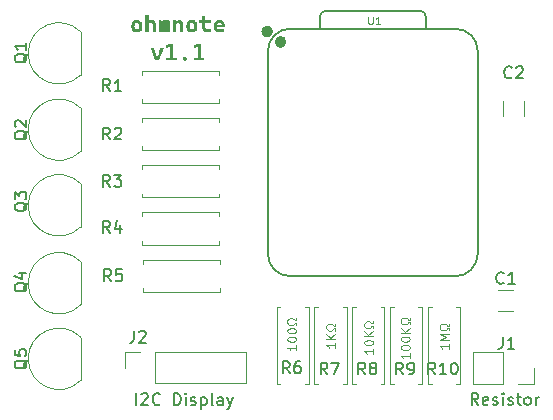
<source format=gbr>
%TF.GenerationSoftware,KiCad,Pcbnew,8.0.6*%
%TF.CreationDate,2024-12-06T19:29:04-08:00*%
%TF.ProjectId,ohmnote,6f686d6e-6f74-4652-9e6b-696361645f70,rev?*%
%TF.SameCoordinates,Original*%
%TF.FileFunction,Legend,Top*%
%TF.FilePolarity,Positive*%
%FSLAX46Y46*%
G04 Gerber Fmt 4.6, Leading zero omitted, Abs format (unit mm)*
G04 Created by KiCad (PCBNEW 8.0.6) date 2024-12-06 19:29:04*
%MOMM*%
%LPD*%
G01*
G04 APERTURE LIST*
%ADD10C,0.150000*%
%ADD11C,0.200000*%
%ADD12C,0.100000*%
%ADD13C,0.101600*%
%ADD14C,0.120000*%
%ADD15C,0.127000*%
%ADD16C,0.504000*%
G04 APERTURE END LIST*
D10*
X166110713Y-108429819D02*
X165777380Y-107953628D01*
X165539285Y-108429819D02*
X165539285Y-107429819D01*
X165539285Y-107429819D02*
X165920237Y-107429819D01*
X165920237Y-107429819D02*
X166015475Y-107477438D01*
X166015475Y-107477438D02*
X166063094Y-107525057D01*
X166063094Y-107525057D02*
X166110713Y-107620295D01*
X166110713Y-107620295D02*
X166110713Y-107763152D01*
X166110713Y-107763152D02*
X166063094Y-107858390D01*
X166063094Y-107858390D02*
X166015475Y-107906009D01*
X166015475Y-107906009D02*
X165920237Y-107953628D01*
X165920237Y-107953628D02*
X165539285Y-107953628D01*
X166920237Y-108382200D02*
X166824999Y-108429819D01*
X166824999Y-108429819D02*
X166634523Y-108429819D01*
X166634523Y-108429819D02*
X166539285Y-108382200D01*
X166539285Y-108382200D02*
X166491666Y-108286961D01*
X166491666Y-108286961D02*
X166491666Y-107906009D01*
X166491666Y-107906009D02*
X166539285Y-107810771D01*
X166539285Y-107810771D02*
X166634523Y-107763152D01*
X166634523Y-107763152D02*
X166824999Y-107763152D01*
X166824999Y-107763152D02*
X166920237Y-107810771D01*
X166920237Y-107810771D02*
X166967856Y-107906009D01*
X166967856Y-107906009D02*
X166967856Y-108001247D01*
X166967856Y-108001247D02*
X166491666Y-108096485D01*
X167348809Y-108382200D02*
X167444047Y-108429819D01*
X167444047Y-108429819D02*
X167634523Y-108429819D01*
X167634523Y-108429819D02*
X167729761Y-108382200D01*
X167729761Y-108382200D02*
X167777380Y-108286961D01*
X167777380Y-108286961D02*
X167777380Y-108239342D01*
X167777380Y-108239342D02*
X167729761Y-108144104D01*
X167729761Y-108144104D02*
X167634523Y-108096485D01*
X167634523Y-108096485D02*
X167491666Y-108096485D01*
X167491666Y-108096485D02*
X167396428Y-108048866D01*
X167396428Y-108048866D02*
X167348809Y-107953628D01*
X167348809Y-107953628D02*
X167348809Y-107906009D01*
X167348809Y-107906009D02*
X167396428Y-107810771D01*
X167396428Y-107810771D02*
X167491666Y-107763152D01*
X167491666Y-107763152D02*
X167634523Y-107763152D01*
X167634523Y-107763152D02*
X167729761Y-107810771D01*
X168205952Y-108429819D02*
X168205952Y-107763152D01*
X168205952Y-107429819D02*
X168158333Y-107477438D01*
X168158333Y-107477438D02*
X168205952Y-107525057D01*
X168205952Y-107525057D02*
X168253571Y-107477438D01*
X168253571Y-107477438D02*
X168205952Y-107429819D01*
X168205952Y-107429819D02*
X168205952Y-107525057D01*
X168634523Y-108382200D02*
X168729761Y-108429819D01*
X168729761Y-108429819D02*
X168920237Y-108429819D01*
X168920237Y-108429819D02*
X169015475Y-108382200D01*
X169015475Y-108382200D02*
X169063094Y-108286961D01*
X169063094Y-108286961D02*
X169063094Y-108239342D01*
X169063094Y-108239342D02*
X169015475Y-108144104D01*
X169015475Y-108144104D02*
X168920237Y-108096485D01*
X168920237Y-108096485D02*
X168777380Y-108096485D01*
X168777380Y-108096485D02*
X168682142Y-108048866D01*
X168682142Y-108048866D02*
X168634523Y-107953628D01*
X168634523Y-107953628D02*
X168634523Y-107906009D01*
X168634523Y-107906009D02*
X168682142Y-107810771D01*
X168682142Y-107810771D02*
X168777380Y-107763152D01*
X168777380Y-107763152D02*
X168920237Y-107763152D01*
X168920237Y-107763152D02*
X169015475Y-107810771D01*
X169348809Y-107763152D02*
X169729761Y-107763152D01*
X169491666Y-107429819D02*
X169491666Y-108286961D01*
X169491666Y-108286961D02*
X169539285Y-108382200D01*
X169539285Y-108382200D02*
X169634523Y-108429819D01*
X169634523Y-108429819D02*
X169729761Y-108429819D01*
X170205952Y-108429819D02*
X170110714Y-108382200D01*
X170110714Y-108382200D02*
X170063095Y-108334580D01*
X170063095Y-108334580D02*
X170015476Y-108239342D01*
X170015476Y-108239342D02*
X170015476Y-107953628D01*
X170015476Y-107953628D02*
X170063095Y-107858390D01*
X170063095Y-107858390D02*
X170110714Y-107810771D01*
X170110714Y-107810771D02*
X170205952Y-107763152D01*
X170205952Y-107763152D02*
X170348809Y-107763152D01*
X170348809Y-107763152D02*
X170444047Y-107810771D01*
X170444047Y-107810771D02*
X170491666Y-107858390D01*
X170491666Y-107858390D02*
X170539285Y-107953628D01*
X170539285Y-107953628D02*
X170539285Y-108239342D01*
X170539285Y-108239342D02*
X170491666Y-108334580D01*
X170491666Y-108334580D02*
X170444047Y-108382200D01*
X170444047Y-108382200D02*
X170348809Y-108429819D01*
X170348809Y-108429819D02*
X170205952Y-108429819D01*
X170967857Y-108429819D02*
X170967857Y-107763152D01*
X170967857Y-107953628D02*
X171015476Y-107858390D01*
X171015476Y-107858390D02*
X171063095Y-107810771D01*
X171063095Y-107810771D02*
X171158333Y-107763152D01*
X171158333Y-107763152D02*
X171253571Y-107763152D01*
D11*
G36*
X137282624Y-75828636D02*
G01*
X137355810Y-75843739D01*
X137421945Y-75868610D01*
X137498759Y-75916541D01*
X137562088Y-75980820D01*
X137600409Y-76039407D01*
X137630613Y-76106615D01*
X137652469Y-76182201D01*
X137665751Y-76265917D01*
X137670229Y-76357518D01*
X137665751Y-76449022D01*
X137652469Y-76532642D01*
X137630613Y-76608135D01*
X137600409Y-76675256D01*
X137562088Y-76733763D01*
X137498759Y-76797948D01*
X137421945Y-76845806D01*
X137355810Y-76870637D01*
X137282624Y-76885714D01*
X137202614Y-76890794D01*
X137122523Y-76885714D01*
X137049288Y-76870637D01*
X136983131Y-76845806D01*
X136906319Y-76797948D01*
X136843018Y-76733763D01*
X136804726Y-76675256D01*
X136774555Y-76608135D01*
X136752728Y-76532642D01*
X136739468Y-76449022D01*
X136734998Y-76357518D01*
X137004242Y-76357518D01*
X137009507Y-76436520D01*
X137029272Y-76515369D01*
X137069845Y-76584163D01*
X137128055Y-76626544D01*
X137202614Y-76641005D01*
X137277590Y-76626544D01*
X137335815Y-76584163D01*
X137376198Y-76515369D01*
X137395784Y-76436520D01*
X137400985Y-76357518D01*
X137395784Y-76278145D01*
X137376198Y-76199109D01*
X137335815Y-76130330D01*
X137277590Y-76088070D01*
X137202614Y-76073683D01*
X137128055Y-76088070D01*
X137069845Y-76130330D01*
X137029272Y-76199109D01*
X137009507Y-76278145D01*
X137004242Y-76357518D01*
X136734998Y-76357518D01*
X136739468Y-76265917D01*
X136752728Y-76182201D01*
X136774555Y-76106615D01*
X136804726Y-76039407D01*
X136843018Y-75980820D01*
X136906319Y-75916541D01*
X136983131Y-75868610D01*
X137049288Y-75843739D01*
X137122523Y-75828636D01*
X137202614Y-75823547D01*
X137282624Y-75828636D01*
G37*
G36*
X138541536Y-76868560D02*
G01*
X138804873Y-76868560D01*
X138804873Y-76201878D01*
X138799104Y-76116698D01*
X138782036Y-76041488D01*
X138754034Y-75976676D01*
X138704205Y-75910935D01*
X138638563Y-75862943D01*
X138557817Y-75833535D01*
X138482820Y-75823951D01*
X138462673Y-75823547D01*
X138384973Y-75830743D01*
X138314996Y-75857401D01*
X138259613Y-75912111D01*
X138230220Y-75981344D01*
X138220528Y-76029909D01*
X138195514Y-76029909D01*
X138195514Y-75401095D01*
X137931829Y-75401095D01*
X137931829Y-76868560D01*
X138195514Y-76868560D01*
X138195514Y-76341190D01*
X138200415Y-76263215D01*
X138219170Y-76187290D01*
X138258665Y-76122901D01*
X138316962Y-76084395D01*
X138393886Y-76071599D01*
X138463392Y-76086593D01*
X138515908Y-76136741D01*
X138539053Y-76209779D01*
X138541536Y-76250168D01*
X138541536Y-76868560D01*
G37*
G36*
X139766854Y-76868560D02*
G01*
X140025328Y-76868560D01*
X140025328Y-76066387D01*
X140020786Y-75993414D01*
X140002976Y-75924118D01*
X139957170Y-75860970D01*
X139884723Y-75828918D01*
X139825219Y-75823547D01*
X139750500Y-75836313D01*
X139690313Y-75878336D01*
X139656501Y-75946281D01*
X139651861Y-75971197D01*
X139628585Y-75971197D01*
X139604534Y-75899571D01*
X139553366Y-75844158D01*
X139480552Y-75823690D01*
X139472945Y-75823547D01*
X139400775Y-75838619D01*
X139345060Y-75888575D01*
X139319640Y-75953852D01*
X139316610Y-75971197D01*
X139293333Y-75971197D01*
X139279784Y-75845781D01*
X139043197Y-75845781D01*
X139043197Y-76868560D01*
X139303061Y-76868560D01*
X139303061Y-76183465D01*
X139315148Y-76111135D01*
X139376712Y-76071599D01*
X139432999Y-76112486D01*
X139439246Y-76158104D01*
X139439246Y-76868560D01*
X139634491Y-76868560D01*
X139634491Y-76186244D01*
X139644329Y-76116077D01*
X139700340Y-76071709D01*
X139704668Y-76071599D01*
X139759560Y-76116820D01*
X139766854Y-76177559D01*
X139766854Y-76868560D01*
G37*
G36*
X140873359Y-76868560D02*
G01*
X141136696Y-76868560D01*
X141136696Y-76202920D01*
X141130926Y-76117396D01*
X141113859Y-76041928D01*
X141085857Y-75976930D01*
X141036028Y-75911042D01*
X140970386Y-75862974D01*
X140889640Y-75833539D01*
X140814643Y-75823951D01*
X140794496Y-75823547D01*
X140716796Y-75830743D01*
X140646819Y-75857401D01*
X140591436Y-75912111D01*
X140562043Y-75981344D01*
X140552351Y-76029909D01*
X140523168Y-76029909D01*
X140498849Y-75845781D01*
X140263652Y-75845781D01*
X140263652Y-76868560D01*
X140527337Y-76868560D01*
X140527337Y-76358213D01*
X140532237Y-76275780D01*
X140546896Y-76207552D01*
X140577277Y-76144294D01*
X140630220Y-76095953D01*
X140701840Y-76074779D01*
X140725709Y-76073683D01*
X140795215Y-76089831D01*
X140847731Y-76143969D01*
X140869489Y-76212897D01*
X140873359Y-76266844D01*
X140873359Y-76868560D01*
G37*
G36*
X141946270Y-75828636D02*
G01*
X142019456Y-75843739D01*
X142085590Y-75868610D01*
X142162404Y-75916541D01*
X142225733Y-75980820D01*
X142264055Y-76039407D01*
X142294258Y-76106615D01*
X142316115Y-76182201D01*
X142329397Y-76265917D01*
X142333874Y-76357518D01*
X142329397Y-76449022D01*
X142316115Y-76532642D01*
X142294258Y-76608135D01*
X142264055Y-76675256D01*
X142225733Y-76733763D01*
X142162404Y-76797948D01*
X142085590Y-76845806D01*
X142019456Y-76870637D01*
X141946270Y-76885714D01*
X141866259Y-76890794D01*
X141786169Y-76885714D01*
X141712933Y-76870637D01*
X141646777Y-76845806D01*
X141569965Y-76797948D01*
X141506663Y-76733763D01*
X141468372Y-76675256D01*
X141438201Y-76608135D01*
X141416374Y-76532642D01*
X141403114Y-76449022D01*
X141398644Y-76357518D01*
X141667888Y-76357518D01*
X141673153Y-76436520D01*
X141692917Y-76515369D01*
X141733491Y-76584163D01*
X141791701Y-76626544D01*
X141866259Y-76641005D01*
X141941235Y-76626544D01*
X141999460Y-76584163D01*
X142039844Y-76515369D01*
X142059430Y-76436520D01*
X142064631Y-76357518D01*
X142059430Y-76278145D01*
X142039844Y-76199109D01*
X141999460Y-76130330D01*
X141941235Y-76088070D01*
X141866259Y-76073683D01*
X141791701Y-76088070D01*
X141733491Y-76130330D01*
X141692917Y-76199109D01*
X141673153Y-76278145D01*
X141667888Y-76357518D01*
X141398644Y-76357518D01*
X141403114Y-76265917D01*
X141416374Y-76182201D01*
X141438201Y-76106615D01*
X141468372Y-76039407D01*
X141506663Y-75980820D01*
X141569965Y-75916541D01*
X141646777Y-75868610D01*
X141712933Y-75843739D01*
X141786169Y-75828636D01*
X141866259Y-75823547D01*
X141946270Y-75828636D01*
G37*
G36*
X143251040Y-76890794D02*
G01*
X143325691Y-76888972D01*
X143396360Y-76883477D01*
X143466153Y-76874262D01*
X143505692Y-76867517D01*
X143482415Y-76621898D01*
X143413468Y-76630579D01*
X143340418Y-76637982D01*
X143270495Y-76641005D01*
X143191351Y-76636056D01*
X143116654Y-76616537D01*
X143055675Y-76573877D01*
X143020736Y-76508406D01*
X143009810Y-76433024D01*
X143009589Y-76418662D01*
X143009589Y-76087927D01*
X143466782Y-76087927D01*
X143466782Y-75845781D01*
X143009589Y-75845781D01*
X143009589Y-75534849D01*
X142747294Y-75534849D01*
X142747294Y-75845781D01*
X142500284Y-75845781D01*
X142500284Y-76087927D01*
X142747294Y-76087927D01*
X142747294Y-76443676D01*
X142751237Y-76526791D01*
X142763267Y-76600786D01*
X142792406Y-76685618D01*
X142837168Y-76755094D01*
X142898266Y-76809701D01*
X142976412Y-76849929D01*
X143046638Y-76870957D01*
X143127156Y-76884378D01*
X143218264Y-76890397D01*
X143251040Y-76890794D01*
G37*
G36*
X144247823Y-75825619D02*
G01*
X144322519Y-75836449D01*
X144390249Y-75856459D01*
X144469355Y-75897251D01*
X144535201Y-75953957D01*
X144587286Y-76026345D01*
X144617018Y-76090788D01*
X144638517Y-76163824D01*
X144651571Y-76245355D01*
X144655970Y-76335284D01*
X144654802Y-76396136D01*
X144650064Y-76468342D01*
X143995889Y-76468342D01*
X144031292Y-76535423D01*
X144085071Y-76586461D01*
X144156548Y-76621172D01*
X144231388Y-76637714D01*
X144303000Y-76642048D01*
X144355190Y-76641072D01*
X144432637Y-76636079D01*
X144510193Y-76627098D01*
X144580234Y-76615992D01*
X144605595Y-76863696D01*
X144581042Y-76867836D01*
X144510611Y-76877750D01*
X144434702Y-76885214D01*
X144356473Y-76889539D01*
X144279724Y-76890794D01*
X144214649Y-76888573D01*
X144123982Y-76877013D01*
X144041861Y-76855765D01*
X143968520Y-76825041D01*
X143904194Y-76785052D01*
X143849119Y-76736009D01*
X143803530Y-76678123D01*
X143767662Y-76611607D01*
X143741751Y-76536670D01*
X143726031Y-76453525D01*
X143720739Y-76362382D01*
X143724500Y-76285604D01*
X143983035Y-76285604D01*
X144397496Y-76285604D01*
X144396622Y-76259596D01*
X144380214Y-76180831D01*
X144337502Y-76114971D01*
X144271357Y-76076035D01*
X144195998Y-76064998D01*
X144163809Y-76067064D01*
X144089474Y-76092305D01*
X144033004Y-76145059D01*
X143999373Y-76212610D01*
X143983035Y-76285604D01*
X143724500Y-76285604D01*
X143725264Y-76270018D01*
X143738687Y-76185583D01*
X143760783Y-76109330D01*
X143791328Y-76041510D01*
X143830097Y-75982377D01*
X143894192Y-75917480D01*
X143971974Y-75869073D01*
X144038971Y-75843949D01*
X144113141Y-75828690D01*
X144194261Y-75823547D01*
X144247823Y-75825619D01*
G37*
G36*
X138782291Y-79258192D02*
G01*
X139120670Y-79258192D01*
X139473639Y-78235413D01*
X139205091Y-78235413D01*
X138960166Y-79026816D01*
X138942795Y-79026816D01*
X138697523Y-78235413D01*
X138429322Y-78235413D01*
X138782291Y-79258192D01*
G37*
G36*
X139682781Y-79258192D02*
G01*
X140573195Y-79258192D01*
X140573195Y-79030985D01*
X140274769Y-79030985D01*
X140274769Y-77879665D01*
X140018032Y-77879665D01*
X139702236Y-77996047D01*
X139702236Y-78240625D01*
X140018032Y-78128063D01*
X140018032Y-79030985D01*
X139682781Y-79030985D01*
X139682781Y-79258192D01*
G37*
G36*
X141283303Y-79280426D02*
G01*
X141352265Y-79266475D01*
X141414306Y-79222338D01*
X141452212Y-79156035D01*
X141460136Y-79103594D01*
X141446283Y-79034486D01*
X141402324Y-78972470D01*
X141336002Y-78934655D01*
X141283303Y-78926761D01*
X141214141Y-78940566D01*
X141151989Y-78984435D01*
X141114050Y-79050766D01*
X141106124Y-79103594D01*
X141119982Y-79172262D01*
X141163988Y-79234353D01*
X141230443Y-79272443D01*
X141283303Y-79280426D01*
G37*
G36*
X142014604Y-79258192D02*
G01*
X142905018Y-79258192D01*
X142905018Y-79030985D01*
X142606592Y-79030985D01*
X142606592Y-77879665D01*
X142349855Y-77879665D01*
X142034059Y-77996047D01*
X142034059Y-78240625D01*
X142349855Y-78128063D01*
X142349855Y-79030985D01*
X142014604Y-79030985D01*
X142014604Y-79258192D01*
G37*
D12*
X163603503Y-103265830D02*
X163603503Y-103692115D01*
X163603503Y-103478972D02*
X162857503Y-103478972D01*
X162857503Y-103478972D02*
X162964075Y-103550020D01*
X162964075Y-103550020D02*
X163035122Y-103621068D01*
X163035122Y-103621068D02*
X163070646Y-103692115D01*
X163603503Y-102946115D02*
X162857503Y-102946115D01*
X162857503Y-102946115D02*
X163390360Y-102697449D01*
X163390360Y-102697449D02*
X162857503Y-102448782D01*
X162857503Y-102448782D02*
X163603503Y-102448782D01*
X163603503Y-102129068D02*
X163603503Y-101951449D01*
X163603503Y-101951449D02*
X163461408Y-101951449D01*
X163461408Y-101951449D02*
X163425884Y-102022497D01*
X163425884Y-102022497D02*
X163354837Y-102093544D01*
X163354837Y-102093544D02*
X163248265Y-102129068D01*
X163248265Y-102129068D02*
X163070646Y-102129068D01*
X163070646Y-102129068D02*
X162964075Y-102093544D01*
X162964075Y-102093544D02*
X162893027Y-102022497D01*
X162893027Y-102022497D02*
X162857503Y-101915925D01*
X162857503Y-101915925D02*
X162857503Y-101773830D01*
X162857503Y-101773830D02*
X162893027Y-101667259D01*
X162893027Y-101667259D02*
X162964075Y-101596211D01*
X162964075Y-101596211D02*
X163070646Y-101560687D01*
X163070646Y-101560687D02*
X163248265Y-101560687D01*
X163248265Y-101560687D02*
X163354837Y-101596211D01*
X163354837Y-101596211D02*
X163425884Y-101667259D01*
X163425884Y-101667259D02*
X163461408Y-101738306D01*
X163461408Y-101738306D02*
X163603503Y-101738306D01*
X163603503Y-101738306D02*
X163603503Y-101560687D01*
X154003503Y-103165830D02*
X154003503Y-103592115D01*
X154003503Y-103378972D02*
X153257503Y-103378972D01*
X153257503Y-103378972D02*
X153364075Y-103450020D01*
X153364075Y-103450020D02*
X153435122Y-103521068D01*
X153435122Y-103521068D02*
X153470646Y-103592115D01*
X154003503Y-102846115D02*
X153257503Y-102846115D01*
X154003503Y-102419830D02*
X153577218Y-102739544D01*
X153257503Y-102419830D02*
X153683789Y-102846115D01*
X154003503Y-102135639D02*
X154003503Y-101958020D01*
X154003503Y-101958020D02*
X153861408Y-101958020D01*
X153861408Y-101958020D02*
X153825884Y-102029068D01*
X153825884Y-102029068D02*
X153754837Y-102100115D01*
X153754837Y-102100115D02*
X153648265Y-102135639D01*
X153648265Y-102135639D02*
X153470646Y-102135639D01*
X153470646Y-102135639D02*
X153364075Y-102100115D01*
X153364075Y-102100115D02*
X153293027Y-102029068D01*
X153293027Y-102029068D02*
X153257503Y-101922496D01*
X153257503Y-101922496D02*
X153257503Y-101780401D01*
X153257503Y-101780401D02*
X153293027Y-101673830D01*
X153293027Y-101673830D02*
X153364075Y-101602782D01*
X153364075Y-101602782D02*
X153470646Y-101567258D01*
X153470646Y-101567258D02*
X153648265Y-101567258D01*
X153648265Y-101567258D02*
X153754837Y-101602782D01*
X153754837Y-101602782D02*
X153825884Y-101673830D01*
X153825884Y-101673830D02*
X153861408Y-101744877D01*
X153861408Y-101744877D02*
X154003503Y-101744877D01*
X154003503Y-101744877D02*
X154003503Y-101567258D01*
X160303503Y-104065830D02*
X160303503Y-104492115D01*
X160303503Y-104278972D02*
X159557503Y-104278972D01*
X159557503Y-104278972D02*
X159664075Y-104350020D01*
X159664075Y-104350020D02*
X159735122Y-104421068D01*
X159735122Y-104421068D02*
X159770646Y-104492115D01*
X159557503Y-103604020D02*
X159557503Y-103532973D01*
X159557503Y-103532973D02*
X159593027Y-103461925D01*
X159593027Y-103461925D02*
X159628551Y-103426401D01*
X159628551Y-103426401D02*
X159699599Y-103390877D01*
X159699599Y-103390877D02*
X159841694Y-103355354D01*
X159841694Y-103355354D02*
X160019313Y-103355354D01*
X160019313Y-103355354D02*
X160161408Y-103390877D01*
X160161408Y-103390877D02*
X160232456Y-103426401D01*
X160232456Y-103426401D02*
X160267980Y-103461925D01*
X160267980Y-103461925D02*
X160303503Y-103532973D01*
X160303503Y-103532973D02*
X160303503Y-103604020D01*
X160303503Y-103604020D02*
X160267980Y-103675068D01*
X160267980Y-103675068D02*
X160232456Y-103710592D01*
X160232456Y-103710592D02*
X160161408Y-103746115D01*
X160161408Y-103746115D02*
X160019313Y-103781639D01*
X160019313Y-103781639D02*
X159841694Y-103781639D01*
X159841694Y-103781639D02*
X159699599Y-103746115D01*
X159699599Y-103746115D02*
X159628551Y-103710592D01*
X159628551Y-103710592D02*
X159593027Y-103675068D01*
X159593027Y-103675068D02*
X159557503Y-103604020D01*
X159557503Y-102893544D02*
X159557503Y-102822497D01*
X159557503Y-102822497D02*
X159593027Y-102751449D01*
X159593027Y-102751449D02*
X159628551Y-102715925D01*
X159628551Y-102715925D02*
X159699599Y-102680401D01*
X159699599Y-102680401D02*
X159841694Y-102644878D01*
X159841694Y-102644878D02*
X160019313Y-102644878D01*
X160019313Y-102644878D02*
X160161408Y-102680401D01*
X160161408Y-102680401D02*
X160232456Y-102715925D01*
X160232456Y-102715925D02*
X160267980Y-102751449D01*
X160267980Y-102751449D02*
X160303503Y-102822497D01*
X160303503Y-102822497D02*
X160303503Y-102893544D01*
X160303503Y-102893544D02*
X160267980Y-102964592D01*
X160267980Y-102964592D02*
X160232456Y-103000116D01*
X160232456Y-103000116D02*
X160161408Y-103035639D01*
X160161408Y-103035639D02*
X160019313Y-103071163D01*
X160019313Y-103071163D02*
X159841694Y-103071163D01*
X159841694Y-103071163D02*
X159699599Y-103035639D01*
X159699599Y-103035639D02*
X159628551Y-103000116D01*
X159628551Y-103000116D02*
X159593027Y-102964592D01*
X159593027Y-102964592D02*
X159557503Y-102893544D01*
X160303503Y-102325163D02*
X159557503Y-102325163D01*
X160303503Y-101898878D02*
X159877218Y-102218592D01*
X159557503Y-101898878D02*
X159983789Y-102325163D01*
X160303503Y-101614687D02*
X160303503Y-101437068D01*
X160303503Y-101437068D02*
X160161408Y-101437068D01*
X160161408Y-101437068D02*
X160125884Y-101508116D01*
X160125884Y-101508116D02*
X160054837Y-101579163D01*
X160054837Y-101579163D02*
X159948265Y-101614687D01*
X159948265Y-101614687D02*
X159770646Y-101614687D01*
X159770646Y-101614687D02*
X159664075Y-101579163D01*
X159664075Y-101579163D02*
X159593027Y-101508116D01*
X159593027Y-101508116D02*
X159557503Y-101401544D01*
X159557503Y-101401544D02*
X159557503Y-101259449D01*
X159557503Y-101259449D02*
X159593027Y-101152878D01*
X159593027Y-101152878D02*
X159664075Y-101081830D01*
X159664075Y-101081830D02*
X159770646Y-101046306D01*
X159770646Y-101046306D02*
X159948265Y-101046306D01*
X159948265Y-101046306D02*
X160054837Y-101081830D01*
X160054837Y-101081830D02*
X160125884Y-101152878D01*
X160125884Y-101152878D02*
X160161408Y-101223925D01*
X160161408Y-101223925D02*
X160303503Y-101223925D01*
X160303503Y-101223925D02*
X160303503Y-101046306D01*
X150703503Y-103365830D02*
X150703503Y-103792115D01*
X150703503Y-103578972D02*
X149957503Y-103578972D01*
X149957503Y-103578972D02*
X150064075Y-103650020D01*
X150064075Y-103650020D02*
X150135122Y-103721068D01*
X150135122Y-103721068D02*
X150170646Y-103792115D01*
X149957503Y-102904020D02*
X149957503Y-102832973D01*
X149957503Y-102832973D02*
X149993027Y-102761925D01*
X149993027Y-102761925D02*
X150028551Y-102726401D01*
X150028551Y-102726401D02*
X150099599Y-102690877D01*
X150099599Y-102690877D02*
X150241694Y-102655354D01*
X150241694Y-102655354D02*
X150419313Y-102655354D01*
X150419313Y-102655354D02*
X150561408Y-102690877D01*
X150561408Y-102690877D02*
X150632456Y-102726401D01*
X150632456Y-102726401D02*
X150667980Y-102761925D01*
X150667980Y-102761925D02*
X150703503Y-102832973D01*
X150703503Y-102832973D02*
X150703503Y-102904020D01*
X150703503Y-102904020D02*
X150667980Y-102975068D01*
X150667980Y-102975068D02*
X150632456Y-103010592D01*
X150632456Y-103010592D02*
X150561408Y-103046115D01*
X150561408Y-103046115D02*
X150419313Y-103081639D01*
X150419313Y-103081639D02*
X150241694Y-103081639D01*
X150241694Y-103081639D02*
X150099599Y-103046115D01*
X150099599Y-103046115D02*
X150028551Y-103010592D01*
X150028551Y-103010592D02*
X149993027Y-102975068D01*
X149993027Y-102975068D02*
X149957503Y-102904020D01*
X149957503Y-102193544D02*
X149957503Y-102122497D01*
X149957503Y-102122497D02*
X149993027Y-102051449D01*
X149993027Y-102051449D02*
X150028551Y-102015925D01*
X150028551Y-102015925D02*
X150099599Y-101980401D01*
X150099599Y-101980401D02*
X150241694Y-101944878D01*
X150241694Y-101944878D02*
X150419313Y-101944878D01*
X150419313Y-101944878D02*
X150561408Y-101980401D01*
X150561408Y-101980401D02*
X150632456Y-102015925D01*
X150632456Y-102015925D02*
X150667980Y-102051449D01*
X150667980Y-102051449D02*
X150703503Y-102122497D01*
X150703503Y-102122497D02*
X150703503Y-102193544D01*
X150703503Y-102193544D02*
X150667980Y-102264592D01*
X150667980Y-102264592D02*
X150632456Y-102300116D01*
X150632456Y-102300116D02*
X150561408Y-102335639D01*
X150561408Y-102335639D02*
X150419313Y-102371163D01*
X150419313Y-102371163D02*
X150241694Y-102371163D01*
X150241694Y-102371163D02*
X150099599Y-102335639D01*
X150099599Y-102335639D02*
X150028551Y-102300116D01*
X150028551Y-102300116D02*
X149993027Y-102264592D01*
X149993027Y-102264592D02*
X149957503Y-102193544D01*
X150703503Y-101660687D02*
X150703503Y-101483068D01*
X150703503Y-101483068D02*
X150561408Y-101483068D01*
X150561408Y-101483068D02*
X150525884Y-101554116D01*
X150525884Y-101554116D02*
X150454837Y-101625163D01*
X150454837Y-101625163D02*
X150348265Y-101660687D01*
X150348265Y-101660687D02*
X150170646Y-101660687D01*
X150170646Y-101660687D02*
X150064075Y-101625163D01*
X150064075Y-101625163D02*
X149993027Y-101554116D01*
X149993027Y-101554116D02*
X149957503Y-101447544D01*
X149957503Y-101447544D02*
X149957503Y-101305449D01*
X149957503Y-101305449D02*
X149993027Y-101198878D01*
X149993027Y-101198878D02*
X150064075Y-101127830D01*
X150064075Y-101127830D02*
X150170646Y-101092306D01*
X150170646Y-101092306D02*
X150348265Y-101092306D01*
X150348265Y-101092306D02*
X150454837Y-101127830D01*
X150454837Y-101127830D02*
X150525884Y-101198878D01*
X150525884Y-101198878D02*
X150561408Y-101269925D01*
X150561408Y-101269925D02*
X150703503Y-101269925D01*
X150703503Y-101269925D02*
X150703503Y-101092306D01*
X157203503Y-103665830D02*
X157203503Y-104092115D01*
X157203503Y-103878972D02*
X156457503Y-103878972D01*
X156457503Y-103878972D02*
X156564075Y-103950020D01*
X156564075Y-103950020D02*
X156635122Y-104021068D01*
X156635122Y-104021068D02*
X156670646Y-104092115D01*
X156457503Y-103204020D02*
X156457503Y-103132973D01*
X156457503Y-103132973D02*
X156493027Y-103061925D01*
X156493027Y-103061925D02*
X156528551Y-103026401D01*
X156528551Y-103026401D02*
X156599599Y-102990877D01*
X156599599Y-102990877D02*
X156741694Y-102955354D01*
X156741694Y-102955354D02*
X156919313Y-102955354D01*
X156919313Y-102955354D02*
X157061408Y-102990877D01*
X157061408Y-102990877D02*
X157132456Y-103026401D01*
X157132456Y-103026401D02*
X157167980Y-103061925D01*
X157167980Y-103061925D02*
X157203503Y-103132973D01*
X157203503Y-103132973D02*
X157203503Y-103204020D01*
X157203503Y-103204020D02*
X157167980Y-103275068D01*
X157167980Y-103275068D02*
X157132456Y-103310592D01*
X157132456Y-103310592D02*
X157061408Y-103346115D01*
X157061408Y-103346115D02*
X156919313Y-103381639D01*
X156919313Y-103381639D02*
X156741694Y-103381639D01*
X156741694Y-103381639D02*
X156599599Y-103346115D01*
X156599599Y-103346115D02*
X156528551Y-103310592D01*
X156528551Y-103310592D02*
X156493027Y-103275068D01*
X156493027Y-103275068D02*
X156457503Y-103204020D01*
X157203503Y-102635639D02*
X156457503Y-102635639D01*
X157203503Y-102209354D02*
X156777218Y-102529068D01*
X156457503Y-102209354D02*
X156883789Y-102635639D01*
X157203503Y-101925163D02*
X157203503Y-101747544D01*
X157203503Y-101747544D02*
X157061408Y-101747544D01*
X157061408Y-101747544D02*
X157025884Y-101818592D01*
X157025884Y-101818592D02*
X156954837Y-101889639D01*
X156954837Y-101889639D02*
X156848265Y-101925163D01*
X156848265Y-101925163D02*
X156670646Y-101925163D01*
X156670646Y-101925163D02*
X156564075Y-101889639D01*
X156564075Y-101889639D02*
X156493027Y-101818592D01*
X156493027Y-101818592D02*
X156457503Y-101712020D01*
X156457503Y-101712020D02*
X156457503Y-101569925D01*
X156457503Y-101569925D02*
X156493027Y-101463354D01*
X156493027Y-101463354D02*
X156564075Y-101392306D01*
X156564075Y-101392306D02*
X156670646Y-101356782D01*
X156670646Y-101356782D02*
X156848265Y-101356782D01*
X156848265Y-101356782D02*
X156954837Y-101392306D01*
X156954837Y-101392306D02*
X157025884Y-101463354D01*
X157025884Y-101463354D02*
X157061408Y-101534401D01*
X157061408Y-101534401D02*
X157203503Y-101534401D01*
X157203503Y-101534401D02*
X157203503Y-101356782D01*
D10*
X168166666Y-102679819D02*
X168166666Y-103394104D01*
X168166666Y-103394104D02*
X168119047Y-103536961D01*
X168119047Y-103536961D02*
X168023809Y-103632200D01*
X168023809Y-103632200D02*
X167880952Y-103679819D01*
X167880952Y-103679819D02*
X167785714Y-103679819D01*
X169166666Y-103679819D02*
X168595238Y-103679819D01*
X168880952Y-103679819D02*
X168880952Y-102679819D01*
X168880952Y-102679819D02*
X168785714Y-102822676D01*
X168785714Y-102822676D02*
X168690476Y-102917914D01*
X168690476Y-102917914D02*
X168595238Y-102965533D01*
X135033333Y-97954819D02*
X134700000Y-97478628D01*
X134461905Y-97954819D02*
X134461905Y-96954819D01*
X134461905Y-96954819D02*
X134842857Y-96954819D01*
X134842857Y-96954819D02*
X134938095Y-97002438D01*
X134938095Y-97002438D02*
X134985714Y-97050057D01*
X134985714Y-97050057D02*
X135033333Y-97145295D01*
X135033333Y-97145295D02*
X135033333Y-97288152D01*
X135033333Y-97288152D02*
X134985714Y-97383390D01*
X134985714Y-97383390D02*
X134938095Y-97431009D01*
X134938095Y-97431009D02*
X134842857Y-97478628D01*
X134842857Y-97478628D02*
X134461905Y-97478628D01*
X135938095Y-96954819D02*
X135461905Y-96954819D01*
X135461905Y-96954819D02*
X135414286Y-97431009D01*
X135414286Y-97431009D02*
X135461905Y-97383390D01*
X135461905Y-97383390D02*
X135557143Y-97335771D01*
X135557143Y-97335771D02*
X135795238Y-97335771D01*
X135795238Y-97335771D02*
X135890476Y-97383390D01*
X135890476Y-97383390D02*
X135938095Y-97431009D01*
X135938095Y-97431009D02*
X135985714Y-97526247D01*
X135985714Y-97526247D02*
X135985714Y-97764342D01*
X135985714Y-97764342D02*
X135938095Y-97859580D01*
X135938095Y-97859580D02*
X135890476Y-97907200D01*
X135890476Y-97907200D02*
X135795238Y-97954819D01*
X135795238Y-97954819D02*
X135557143Y-97954819D01*
X135557143Y-97954819D02*
X135461905Y-97907200D01*
X135461905Y-97907200D02*
X135414286Y-97859580D01*
X134933333Y-89954819D02*
X134600000Y-89478628D01*
X134361905Y-89954819D02*
X134361905Y-88954819D01*
X134361905Y-88954819D02*
X134742857Y-88954819D01*
X134742857Y-88954819D02*
X134838095Y-89002438D01*
X134838095Y-89002438D02*
X134885714Y-89050057D01*
X134885714Y-89050057D02*
X134933333Y-89145295D01*
X134933333Y-89145295D02*
X134933333Y-89288152D01*
X134933333Y-89288152D02*
X134885714Y-89383390D01*
X134885714Y-89383390D02*
X134838095Y-89431009D01*
X134838095Y-89431009D02*
X134742857Y-89478628D01*
X134742857Y-89478628D02*
X134361905Y-89478628D01*
X135266667Y-88954819D02*
X135885714Y-88954819D01*
X135885714Y-88954819D02*
X135552381Y-89335771D01*
X135552381Y-89335771D02*
X135695238Y-89335771D01*
X135695238Y-89335771D02*
X135790476Y-89383390D01*
X135790476Y-89383390D02*
X135838095Y-89431009D01*
X135838095Y-89431009D02*
X135885714Y-89526247D01*
X135885714Y-89526247D02*
X135885714Y-89764342D01*
X135885714Y-89764342D02*
X135838095Y-89859580D01*
X135838095Y-89859580D02*
X135790476Y-89907200D01*
X135790476Y-89907200D02*
X135695238Y-89954819D01*
X135695238Y-89954819D02*
X135409524Y-89954819D01*
X135409524Y-89954819D02*
X135314286Y-89907200D01*
X135314286Y-89907200D02*
X135266667Y-89859580D01*
X134933333Y-85954819D02*
X134600000Y-85478628D01*
X134361905Y-85954819D02*
X134361905Y-84954819D01*
X134361905Y-84954819D02*
X134742857Y-84954819D01*
X134742857Y-84954819D02*
X134838095Y-85002438D01*
X134838095Y-85002438D02*
X134885714Y-85050057D01*
X134885714Y-85050057D02*
X134933333Y-85145295D01*
X134933333Y-85145295D02*
X134933333Y-85288152D01*
X134933333Y-85288152D02*
X134885714Y-85383390D01*
X134885714Y-85383390D02*
X134838095Y-85431009D01*
X134838095Y-85431009D02*
X134742857Y-85478628D01*
X134742857Y-85478628D02*
X134361905Y-85478628D01*
X135314286Y-85050057D02*
X135361905Y-85002438D01*
X135361905Y-85002438D02*
X135457143Y-84954819D01*
X135457143Y-84954819D02*
X135695238Y-84954819D01*
X135695238Y-84954819D02*
X135790476Y-85002438D01*
X135790476Y-85002438D02*
X135838095Y-85050057D01*
X135838095Y-85050057D02*
X135885714Y-85145295D01*
X135885714Y-85145295D02*
X135885714Y-85240533D01*
X135885714Y-85240533D02*
X135838095Y-85383390D01*
X135838095Y-85383390D02*
X135266667Y-85954819D01*
X135266667Y-85954819D02*
X135885714Y-85954819D01*
X150133333Y-105754819D02*
X149800000Y-105278628D01*
X149561905Y-105754819D02*
X149561905Y-104754819D01*
X149561905Y-104754819D02*
X149942857Y-104754819D01*
X149942857Y-104754819D02*
X150038095Y-104802438D01*
X150038095Y-104802438D02*
X150085714Y-104850057D01*
X150085714Y-104850057D02*
X150133333Y-104945295D01*
X150133333Y-104945295D02*
X150133333Y-105088152D01*
X150133333Y-105088152D02*
X150085714Y-105183390D01*
X150085714Y-105183390D02*
X150038095Y-105231009D01*
X150038095Y-105231009D02*
X149942857Y-105278628D01*
X149942857Y-105278628D02*
X149561905Y-105278628D01*
X150990476Y-104754819D02*
X150800000Y-104754819D01*
X150800000Y-104754819D02*
X150704762Y-104802438D01*
X150704762Y-104802438D02*
X150657143Y-104850057D01*
X150657143Y-104850057D02*
X150561905Y-104992914D01*
X150561905Y-104992914D02*
X150514286Y-105183390D01*
X150514286Y-105183390D02*
X150514286Y-105564342D01*
X150514286Y-105564342D02*
X150561905Y-105659580D01*
X150561905Y-105659580D02*
X150609524Y-105707200D01*
X150609524Y-105707200D02*
X150704762Y-105754819D01*
X150704762Y-105754819D02*
X150895238Y-105754819D01*
X150895238Y-105754819D02*
X150990476Y-105707200D01*
X150990476Y-105707200D02*
X151038095Y-105659580D01*
X151038095Y-105659580D02*
X151085714Y-105564342D01*
X151085714Y-105564342D02*
X151085714Y-105326247D01*
X151085714Y-105326247D02*
X151038095Y-105231009D01*
X151038095Y-105231009D02*
X150990476Y-105183390D01*
X150990476Y-105183390D02*
X150895238Y-105135771D01*
X150895238Y-105135771D02*
X150704762Y-105135771D01*
X150704762Y-105135771D02*
X150609524Y-105183390D01*
X150609524Y-105183390D02*
X150561905Y-105231009D01*
X150561905Y-105231009D02*
X150514286Y-105326247D01*
D13*
X156796190Y-75554979D02*
X156796190Y-76069026D01*
X156796190Y-76069026D02*
X156826428Y-76129502D01*
X156826428Y-76129502D02*
X156856666Y-76159741D01*
X156856666Y-76159741D02*
X156917142Y-76189979D01*
X156917142Y-76189979D02*
X157038095Y-76189979D01*
X157038095Y-76189979D02*
X157098571Y-76159741D01*
X157098571Y-76159741D02*
X157128809Y-76129502D01*
X157128809Y-76129502D02*
X157159047Y-76069026D01*
X157159047Y-76069026D02*
X157159047Y-75554979D01*
X157794047Y-76189979D02*
X157431190Y-76189979D01*
X157612618Y-76189979D02*
X157612618Y-75554979D01*
X157612618Y-75554979D02*
X157552142Y-75645693D01*
X157552142Y-75645693D02*
X157491666Y-75706169D01*
X157491666Y-75706169D02*
X157431190Y-75736407D01*
D10*
X162457142Y-105854819D02*
X162123809Y-105378628D01*
X161885714Y-105854819D02*
X161885714Y-104854819D01*
X161885714Y-104854819D02*
X162266666Y-104854819D01*
X162266666Y-104854819D02*
X162361904Y-104902438D01*
X162361904Y-104902438D02*
X162409523Y-104950057D01*
X162409523Y-104950057D02*
X162457142Y-105045295D01*
X162457142Y-105045295D02*
X162457142Y-105188152D01*
X162457142Y-105188152D02*
X162409523Y-105283390D01*
X162409523Y-105283390D02*
X162361904Y-105331009D01*
X162361904Y-105331009D02*
X162266666Y-105378628D01*
X162266666Y-105378628D02*
X161885714Y-105378628D01*
X163409523Y-105854819D02*
X162838095Y-105854819D01*
X163123809Y-105854819D02*
X163123809Y-104854819D01*
X163123809Y-104854819D02*
X163028571Y-104997676D01*
X163028571Y-104997676D02*
X162933333Y-105092914D01*
X162933333Y-105092914D02*
X162838095Y-105140533D01*
X164028571Y-104854819D02*
X164123809Y-104854819D01*
X164123809Y-104854819D02*
X164219047Y-104902438D01*
X164219047Y-104902438D02*
X164266666Y-104950057D01*
X164266666Y-104950057D02*
X164314285Y-105045295D01*
X164314285Y-105045295D02*
X164361904Y-105235771D01*
X164361904Y-105235771D02*
X164361904Y-105473866D01*
X164361904Y-105473866D02*
X164314285Y-105664342D01*
X164314285Y-105664342D02*
X164266666Y-105759580D01*
X164266666Y-105759580D02*
X164219047Y-105807200D01*
X164219047Y-105807200D02*
X164123809Y-105854819D01*
X164123809Y-105854819D02*
X164028571Y-105854819D01*
X164028571Y-105854819D02*
X163933333Y-105807200D01*
X163933333Y-105807200D02*
X163885714Y-105759580D01*
X163885714Y-105759580D02*
X163838095Y-105664342D01*
X163838095Y-105664342D02*
X163790476Y-105473866D01*
X163790476Y-105473866D02*
X163790476Y-105235771D01*
X163790476Y-105235771D02*
X163838095Y-105045295D01*
X163838095Y-105045295D02*
X163885714Y-104950057D01*
X163885714Y-104950057D02*
X163933333Y-104902438D01*
X163933333Y-104902438D02*
X164028571Y-104854819D01*
X168258333Y-98084580D02*
X168210714Y-98132200D01*
X168210714Y-98132200D02*
X168067857Y-98179819D01*
X168067857Y-98179819D02*
X167972619Y-98179819D01*
X167972619Y-98179819D02*
X167829762Y-98132200D01*
X167829762Y-98132200D02*
X167734524Y-98036961D01*
X167734524Y-98036961D02*
X167686905Y-97941723D01*
X167686905Y-97941723D02*
X167639286Y-97751247D01*
X167639286Y-97751247D02*
X167639286Y-97608390D01*
X167639286Y-97608390D02*
X167686905Y-97417914D01*
X167686905Y-97417914D02*
X167734524Y-97322676D01*
X167734524Y-97322676D02*
X167829762Y-97227438D01*
X167829762Y-97227438D02*
X167972619Y-97179819D01*
X167972619Y-97179819D02*
X168067857Y-97179819D01*
X168067857Y-97179819D02*
X168210714Y-97227438D01*
X168210714Y-97227438D02*
X168258333Y-97275057D01*
X169210714Y-98179819D02*
X168639286Y-98179819D01*
X168925000Y-98179819D02*
X168925000Y-97179819D01*
X168925000Y-97179819D02*
X168829762Y-97322676D01*
X168829762Y-97322676D02*
X168734524Y-97417914D01*
X168734524Y-97417914D02*
X168639286Y-97465533D01*
X127950057Y-104625238D02*
X127902438Y-104720476D01*
X127902438Y-104720476D02*
X127807200Y-104815714D01*
X127807200Y-104815714D02*
X127664342Y-104958571D01*
X127664342Y-104958571D02*
X127616723Y-105053809D01*
X127616723Y-105053809D02*
X127616723Y-105149047D01*
X127854819Y-105101428D02*
X127807200Y-105196666D01*
X127807200Y-105196666D02*
X127711961Y-105291904D01*
X127711961Y-105291904D02*
X127521485Y-105339523D01*
X127521485Y-105339523D02*
X127188152Y-105339523D01*
X127188152Y-105339523D02*
X126997676Y-105291904D01*
X126997676Y-105291904D02*
X126902438Y-105196666D01*
X126902438Y-105196666D02*
X126854819Y-105101428D01*
X126854819Y-105101428D02*
X126854819Y-104910952D01*
X126854819Y-104910952D02*
X126902438Y-104815714D01*
X126902438Y-104815714D02*
X126997676Y-104720476D01*
X126997676Y-104720476D02*
X127188152Y-104672857D01*
X127188152Y-104672857D02*
X127521485Y-104672857D01*
X127521485Y-104672857D02*
X127711961Y-104720476D01*
X127711961Y-104720476D02*
X127807200Y-104815714D01*
X127807200Y-104815714D02*
X127854819Y-104910952D01*
X127854819Y-104910952D02*
X127854819Y-105101428D01*
X126854819Y-103768095D02*
X126854819Y-104244285D01*
X126854819Y-104244285D02*
X127331009Y-104291904D01*
X127331009Y-104291904D02*
X127283390Y-104244285D01*
X127283390Y-104244285D02*
X127235771Y-104149047D01*
X127235771Y-104149047D02*
X127235771Y-103910952D01*
X127235771Y-103910952D02*
X127283390Y-103815714D01*
X127283390Y-103815714D02*
X127331009Y-103768095D01*
X127331009Y-103768095D02*
X127426247Y-103720476D01*
X127426247Y-103720476D02*
X127664342Y-103720476D01*
X127664342Y-103720476D02*
X127759580Y-103768095D01*
X127759580Y-103768095D02*
X127807200Y-103815714D01*
X127807200Y-103815714D02*
X127854819Y-103910952D01*
X127854819Y-103910952D02*
X127854819Y-104149047D01*
X127854819Y-104149047D02*
X127807200Y-104244285D01*
X127807200Y-104244285D02*
X127759580Y-104291904D01*
X156533333Y-105854819D02*
X156200000Y-105378628D01*
X155961905Y-105854819D02*
X155961905Y-104854819D01*
X155961905Y-104854819D02*
X156342857Y-104854819D01*
X156342857Y-104854819D02*
X156438095Y-104902438D01*
X156438095Y-104902438D02*
X156485714Y-104950057D01*
X156485714Y-104950057D02*
X156533333Y-105045295D01*
X156533333Y-105045295D02*
X156533333Y-105188152D01*
X156533333Y-105188152D02*
X156485714Y-105283390D01*
X156485714Y-105283390D02*
X156438095Y-105331009D01*
X156438095Y-105331009D02*
X156342857Y-105378628D01*
X156342857Y-105378628D02*
X155961905Y-105378628D01*
X157104762Y-105283390D02*
X157009524Y-105235771D01*
X157009524Y-105235771D02*
X156961905Y-105188152D01*
X156961905Y-105188152D02*
X156914286Y-105092914D01*
X156914286Y-105092914D02*
X156914286Y-105045295D01*
X156914286Y-105045295D02*
X156961905Y-104950057D01*
X156961905Y-104950057D02*
X157009524Y-104902438D01*
X157009524Y-104902438D02*
X157104762Y-104854819D01*
X157104762Y-104854819D02*
X157295238Y-104854819D01*
X157295238Y-104854819D02*
X157390476Y-104902438D01*
X157390476Y-104902438D02*
X157438095Y-104950057D01*
X157438095Y-104950057D02*
X157485714Y-105045295D01*
X157485714Y-105045295D02*
X157485714Y-105092914D01*
X157485714Y-105092914D02*
X157438095Y-105188152D01*
X157438095Y-105188152D02*
X157390476Y-105235771D01*
X157390476Y-105235771D02*
X157295238Y-105283390D01*
X157295238Y-105283390D02*
X157104762Y-105283390D01*
X157104762Y-105283390D02*
X157009524Y-105331009D01*
X157009524Y-105331009D02*
X156961905Y-105378628D01*
X156961905Y-105378628D02*
X156914286Y-105473866D01*
X156914286Y-105473866D02*
X156914286Y-105664342D01*
X156914286Y-105664342D02*
X156961905Y-105759580D01*
X156961905Y-105759580D02*
X157009524Y-105807200D01*
X157009524Y-105807200D02*
X157104762Y-105854819D01*
X157104762Y-105854819D02*
X157295238Y-105854819D01*
X157295238Y-105854819D02*
X157390476Y-105807200D01*
X157390476Y-105807200D02*
X157438095Y-105759580D01*
X157438095Y-105759580D02*
X157485714Y-105664342D01*
X157485714Y-105664342D02*
X157485714Y-105473866D01*
X157485714Y-105473866D02*
X157438095Y-105378628D01*
X157438095Y-105378628D02*
X157390476Y-105331009D01*
X157390476Y-105331009D02*
X157295238Y-105283390D01*
X134933333Y-93854819D02*
X134600000Y-93378628D01*
X134361905Y-93854819D02*
X134361905Y-92854819D01*
X134361905Y-92854819D02*
X134742857Y-92854819D01*
X134742857Y-92854819D02*
X134838095Y-92902438D01*
X134838095Y-92902438D02*
X134885714Y-92950057D01*
X134885714Y-92950057D02*
X134933333Y-93045295D01*
X134933333Y-93045295D02*
X134933333Y-93188152D01*
X134933333Y-93188152D02*
X134885714Y-93283390D01*
X134885714Y-93283390D02*
X134838095Y-93331009D01*
X134838095Y-93331009D02*
X134742857Y-93378628D01*
X134742857Y-93378628D02*
X134361905Y-93378628D01*
X135790476Y-93188152D02*
X135790476Y-93854819D01*
X135552381Y-92807200D02*
X135314286Y-93521485D01*
X135314286Y-93521485D02*
X135933333Y-93521485D01*
X168933333Y-80684580D02*
X168885714Y-80732200D01*
X168885714Y-80732200D02*
X168742857Y-80779819D01*
X168742857Y-80779819D02*
X168647619Y-80779819D01*
X168647619Y-80779819D02*
X168504762Y-80732200D01*
X168504762Y-80732200D02*
X168409524Y-80636961D01*
X168409524Y-80636961D02*
X168361905Y-80541723D01*
X168361905Y-80541723D02*
X168314286Y-80351247D01*
X168314286Y-80351247D02*
X168314286Y-80208390D01*
X168314286Y-80208390D02*
X168361905Y-80017914D01*
X168361905Y-80017914D02*
X168409524Y-79922676D01*
X168409524Y-79922676D02*
X168504762Y-79827438D01*
X168504762Y-79827438D02*
X168647619Y-79779819D01*
X168647619Y-79779819D02*
X168742857Y-79779819D01*
X168742857Y-79779819D02*
X168885714Y-79827438D01*
X168885714Y-79827438D02*
X168933333Y-79875057D01*
X169314286Y-79875057D02*
X169361905Y-79827438D01*
X169361905Y-79827438D02*
X169457143Y-79779819D01*
X169457143Y-79779819D02*
X169695238Y-79779819D01*
X169695238Y-79779819D02*
X169790476Y-79827438D01*
X169790476Y-79827438D02*
X169838095Y-79875057D01*
X169838095Y-79875057D02*
X169885714Y-79970295D01*
X169885714Y-79970295D02*
X169885714Y-80065533D01*
X169885714Y-80065533D02*
X169838095Y-80208390D01*
X169838095Y-80208390D02*
X169266667Y-80779819D01*
X169266667Y-80779819D02*
X169885714Y-80779819D01*
X127950057Y-85225238D02*
X127902438Y-85320476D01*
X127902438Y-85320476D02*
X127807200Y-85415714D01*
X127807200Y-85415714D02*
X127664342Y-85558571D01*
X127664342Y-85558571D02*
X127616723Y-85653809D01*
X127616723Y-85653809D02*
X127616723Y-85749047D01*
X127854819Y-85701428D02*
X127807200Y-85796666D01*
X127807200Y-85796666D02*
X127711961Y-85891904D01*
X127711961Y-85891904D02*
X127521485Y-85939523D01*
X127521485Y-85939523D02*
X127188152Y-85939523D01*
X127188152Y-85939523D02*
X126997676Y-85891904D01*
X126997676Y-85891904D02*
X126902438Y-85796666D01*
X126902438Y-85796666D02*
X126854819Y-85701428D01*
X126854819Y-85701428D02*
X126854819Y-85510952D01*
X126854819Y-85510952D02*
X126902438Y-85415714D01*
X126902438Y-85415714D02*
X126997676Y-85320476D01*
X126997676Y-85320476D02*
X127188152Y-85272857D01*
X127188152Y-85272857D02*
X127521485Y-85272857D01*
X127521485Y-85272857D02*
X127711961Y-85320476D01*
X127711961Y-85320476D02*
X127807200Y-85415714D01*
X127807200Y-85415714D02*
X127854819Y-85510952D01*
X127854819Y-85510952D02*
X127854819Y-85701428D01*
X126950057Y-84891904D02*
X126902438Y-84844285D01*
X126902438Y-84844285D02*
X126854819Y-84749047D01*
X126854819Y-84749047D02*
X126854819Y-84510952D01*
X126854819Y-84510952D02*
X126902438Y-84415714D01*
X126902438Y-84415714D02*
X126950057Y-84368095D01*
X126950057Y-84368095D02*
X127045295Y-84320476D01*
X127045295Y-84320476D02*
X127140533Y-84320476D01*
X127140533Y-84320476D02*
X127283390Y-84368095D01*
X127283390Y-84368095D02*
X127854819Y-84939523D01*
X127854819Y-84939523D02*
X127854819Y-84320476D01*
X136966666Y-102154819D02*
X136966666Y-102869104D01*
X136966666Y-102869104D02*
X136919047Y-103011961D01*
X136919047Y-103011961D02*
X136823809Y-103107200D01*
X136823809Y-103107200D02*
X136680952Y-103154819D01*
X136680952Y-103154819D02*
X136585714Y-103154819D01*
X137395238Y-102250057D02*
X137442857Y-102202438D01*
X137442857Y-102202438D02*
X137538095Y-102154819D01*
X137538095Y-102154819D02*
X137776190Y-102154819D01*
X137776190Y-102154819D02*
X137871428Y-102202438D01*
X137871428Y-102202438D02*
X137919047Y-102250057D01*
X137919047Y-102250057D02*
X137966666Y-102345295D01*
X137966666Y-102345295D02*
X137966666Y-102440533D01*
X137966666Y-102440533D02*
X137919047Y-102583390D01*
X137919047Y-102583390D02*
X137347619Y-103154819D01*
X137347619Y-103154819D02*
X137966666Y-103154819D01*
X137152381Y-108454819D02*
X137152381Y-107454819D01*
X137580952Y-107550057D02*
X137628571Y-107502438D01*
X137628571Y-107502438D02*
X137723809Y-107454819D01*
X137723809Y-107454819D02*
X137961904Y-107454819D01*
X137961904Y-107454819D02*
X138057142Y-107502438D01*
X138057142Y-107502438D02*
X138104761Y-107550057D01*
X138104761Y-107550057D02*
X138152380Y-107645295D01*
X138152380Y-107645295D02*
X138152380Y-107740533D01*
X138152380Y-107740533D02*
X138104761Y-107883390D01*
X138104761Y-107883390D02*
X137533333Y-108454819D01*
X137533333Y-108454819D02*
X138152380Y-108454819D01*
X139152380Y-108359580D02*
X139104761Y-108407200D01*
X139104761Y-108407200D02*
X138961904Y-108454819D01*
X138961904Y-108454819D02*
X138866666Y-108454819D01*
X138866666Y-108454819D02*
X138723809Y-108407200D01*
X138723809Y-108407200D02*
X138628571Y-108311961D01*
X138628571Y-108311961D02*
X138580952Y-108216723D01*
X138580952Y-108216723D02*
X138533333Y-108026247D01*
X138533333Y-108026247D02*
X138533333Y-107883390D01*
X138533333Y-107883390D02*
X138580952Y-107692914D01*
X138580952Y-107692914D02*
X138628571Y-107597676D01*
X138628571Y-107597676D02*
X138723809Y-107502438D01*
X138723809Y-107502438D02*
X138866666Y-107454819D01*
X138866666Y-107454819D02*
X138961904Y-107454819D01*
X138961904Y-107454819D02*
X139104761Y-107502438D01*
X139104761Y-107502438D02*
X139152380Y-107550057D01*
X140342857Y-108454819D02*
X140342857Y-107454819D01*
X140342857Y-107454819D02*
X140580952Y-107454819D01*
X140580952Y-107454819D02*
X140723809Y-107502438D01*
X140723809Y-107502438D02*
X140819047Y-107597676D01*
X140819047Y-107597676D02*
X140866666Y-107692914D01*
X140866666Y-107692914D02*
X140914285Y-107883390D01*
X140914285Y-107883390D02*
X140914285Y-108026247D01*
X140914285Y-108026247D02*
X140866666Y-108216723D01*
X140866666Y-108216723D02*
X140819047Y-108311961D01*
X140819047Y-108311961D02*
X140723809Y-108407200D01*
X140723809Y-108407200D02*
X140580952Y-108454819D01*
X140580952Y-108454819D02*
X140342857Y-108454819D01*
X141342857Y-108454819D02*
X141342857Y-107788152D01*
X141342857Y-107454819D02*
X141295238Y-107502438D01*
X141295238Y-107502438D02*
X141342857Y-107550057D01*
X141342857Y-107550057D02*
X141390476Y-107502438D01*
X141390476Y-107502438D02*
X141342857Y-107454819D01*
X141342857Y-107454819D02*
X141342857Y-107550057D01*
X141771428Y-108407200D02*
X141866666Y-108454819D01*
X141866666Y-108454819D02*
X142057142Y-108454819D01*
X142057142Y-108454819D02*
X142152380Y-108407200D01*
X142152380Y-108407200D02*
X142199999Y-108311961D01*
X142199999Y-108311961D02*
X142199999Y-108264342D01*
X142199999Y-108264342D02*
X142152380Y-108169104D01*
X142152380Y-108169104D02*
X142057142Y-108121485D01*
X142057142Y-108121485D02*
X141914285Y-108121485D01*
X141914285Y-108121485D02*
X141819047Y-108073866D01*
X141819047Y-108073866D02*
X141771428Y-107978628D01*
X141771428Y-107978628D02*
X141771428Y-107931009D01*
X141771428Y-107931009D02*
X141819047Y-107835771D01*
X141819047Y-107835771D02*
X141914285Y-107788152D01*
X141914285Y-107788152D02*
X142057142Y-107788152D01*
X142057142Y-107788152D02*
X142152380Y-107835771D01*
X142628571Y-107788152D02*
X142628571Y-108788152D01*
X142628571Y-107835771D02*
X142723809Y-107788152D01*
X142723809Y-107788152D02*
X142914285Y-107788152D01*
X142914285Y-107788152D02*
X143009523Y-107835771D01*
X143009523Y-107835771D02*
X143057142Y-107883390D01*
X143057142Y-107883390D02*
X143104761Y-107978628D01*
X143104761Y-107978628D02*
X143104761Y-108264342D01*
X143104761Y-108264342D02*
X143057142Y-108359580D01*
X143057142Y-108359580D02*
X143009523Y-108407200D01*
X143009523Y-108407200D02*
X142914285Y-108454819D01*
X142914285Y-108454819D02*
X142723809Y-108454819D01*
X142723809Y-108454819D02*
X142628571Y-108407200D01*
X143676190Y-108454819D02*
X143580952Y-108407200D01*
X143580952Y-108407200D02*
X143533333Y-108311961D01*
X143533333Y-108311961D02*
X143533333Y-107454819D01*
X144485714Y-108454819D02*
X144485714Y-107931009D01*
X144485714Y-107931009D02*
X144438095Y-107835771D01*
X144438095Y-107835771D02*
X144342857Y-107788152D01*
X144342857Y-107788152D02*
X144152381Y-107788152D01*
X144152381Y-107788152D02*
X144057143Y-107835771D01*
X144485714Y-108407200D02*
X144390476Y-108454819D01*
X144390476Y-108454819D02*
X144152381Y-108454819D01*
X144152381Y-108454819D02*
X144057143Y-108407200D01*
X144057143Y-108407200D02*
X144009524Y-108311961D01*
X144009524Y-108311961D02*
X144009524Y-108216723D01*
X144009524Y-108216723D02*
X144057143Y-108121485D01*
X144057143Y-108121485D02*
X144152381Y-108073866D01*
X144152381Y-108073866D02*
X144390476Y-108073866D01*
X144390476Y-108073866D02*
X144485714Y-108026247D01*
X144866667Y-107788152D02*
X145104762Y-108454819D01*
X145342857Y-107788152D02*
X145104762Y-108454819D01*
X145104762Y-108454819D02*
X145009524Y-108692914D01*
X145009524Y-108692914D02*
X144961905Y-108740533D01*
X144961905Y-108740533D02*
X144866667Y-108788152D01*
X153333333Y-105854819D02*
X153000000Y-105378628D01*
X152761905Y-105854819D02*
X152761905Y-104854819D01*
X152761905Y-104854819D02*
X153142857Y-104854819D01*
X153142857Y-104854819D02*
X153238095Y-104902438D01*
X153238095Y-104902438D02*
X153285714Y-104950057D01*
X153285714Y-104950057D02*
X153333333Y-105045295D01*
X153333333Y-105045295D02*
X153333333Y-105188152D01*
X153333333Y-105188152D02*
X153285714Y-105283390D01*
X153285714Y-105283390D02*
X153238095Y-105331009D01*
X153238095Y-105331009D02*
X153142857Y-105378628D01*
X153142857Y-105378628D02*
X152761905Y-105378628D01*
X153666667Y-104854819D02*
X154333333Y-104854819D01*
X154333333Y-104854819D02*
X153904762Y-105854819D01*
X127950057Y-91295238D02*
X127902438Y-91390476D01*
X127902438Y-91390476D02*
X127807200Y-91485714D01*
X127807200Y-91485714D02*
X127664342Y-91628571D01*
X127664342Y-91628571D02*
X127616723Y-91723809D01*
X127616723Y-91723809D02*
X127616723Y-91819047D01*
X127854819Y-91771428D02*
X127807200Y-91866666D01*
X127807200Y-91866666D02*
X127711961Y-91961904D01*
X127711961Y-91961904D02*
X127521485Y-92009523D01*
X127521485Y-92009523D02*
X127188152Y-92009523D01*
X127188152Y-92009523D02*
X126997676Y-91961904D01*
X126997676Y-91961904D02*
X126902438Y-91866666D01*
X126902438Y-91866666D02*
X126854819Y-91771428D01*
X126854819Y-91771428D02*
X126854819Y-91580952D01*
X126854819Y-91580952D02*
X126902438Y-91485714D01*
X126902438Y-91485714D02*
X126997676Y-91390476D01*
X126997676Y-91390476D02*
X127188152Y-91342857D01*
X127188152Y-91342857D02*
X127521485Y-91342857D01*
X127521485Y-91342857D02*
X127711961Y-91390476D01*
X127711961Y-91390476D02*
X127807200Y-91485714D01*
X127807200Y-91485714D02*
X127854819Y-91580952D01*
X127854819Y-91580952D02*
X127854819Y-91771428D01*
X126854819Y-91009523D02*
X126854819Y-90390476D01*
X126854819Y-90390476D02*
X127235771Y-90723809D01*
X127235771Y-90723809D02*
X127235771Y-90580952D01*
X127235771Y-90580952D02*
X127283390Y-90485714D01*
X127283390Y-90485714D02*
X127331009Y-90438095D01*
X127331009Y-90438095D02*
X127426247Y-90390476D01*
X127426247Y-90390476D02*
X127664342Y-90390476D01*
X127664342Y-90390476D02*
X127759580Y-90438095D01*
X127759580Y-90438095D02*
X127807200Y-90485714D01*
X127807200Y-90485714D02*
X127854819Y-90580952D01*
X127854819Y-90580952D02*
X127854819Y-90866666D01*
X127854819Y-90866666D02*
X127807200Y-90961904D01*
X127807200Y-90961904D02*
X127759580Y-91009523D01*
X134933333Y-81854819D02*
X134600000Y-81378628D01*
X134361905Y-81854819D02*
X134361905Y-80854819D01*
X134361905Y-80854819D02*
X134742857Y-80854819D01*
X134742857Y-80854819D02*
X134838095Y-80902438D01*
X134838095Y-80902438D02*
X134885714Y-80950057D01*
X134885714Y-80950057D02*
X134933333Y-81045295D01*
X134933333Y-81045295D02*
X134933333Y-81188152D01*
X134933333Y-81188152D02*
X134885714Y-81283390D01*
X134885714Y-81283390D02*
X134838095Y-81331009D01*
X134838095Y-81331009D02*
X134742857Y-81378628D01*
X134742857Y-81378628D02*
X134361905Y-81378628D01*
X135885714Y-81854819D02*
X135314286Y-81854819D01*
X135600000Y-81854819D02*
X135600000Y-80854819D01*
X135600000Y-80854819D02*
X135504762Y-80997676D01*
X135504762Y-80997676D02*
X135409524Y-81092914D01*
X135409524Y-81092914D02*
X135314286Y-81140533D01*
X127950057Y-98095238D02*
X127902438Y-98190476D01*
X127902438Y-98190476D02*
X127807200Y-98285714D01*
X127807200Y-98285714D02*
X127664342Y-98428571D01*
X127664342Y-98428571D02*
X127616723Y-98523809D01*
X127616723Y-98523809D02*
X127616723Y-98619047D01*
X127854819Y-98571428D02*
X127807200Y-98666666D01*
X127807200Y-98666666D02*
X127711961Y-98761904D01*
X127711961Y-98761904D02*
X127521485Y-98809523D01*
X127521485Y-98809523D02*
X127188152Y-98809523D01*
X127188152Y-98809523D02*
X126997676Y-98761904D01*
X126997676Y-98761904D02*
X126902438Y-98666666D01*
X126902438Y-98666666D02*
X126854819Y-98571428D01*
X126854819Y-98571428D02*
X126854819Y-98380952D01*
X126854819Y-98380952D02*
X126902438Y-98285714D01*
X126902438Y-98285714D02*
X126997676Y-98190476D01*
X126997676Y-98190476D02*
X127188152Y-98142857D01*
X127188152Y-98142857D02*
X127521485Y-98142857D01*
X127521485Y-98142857D02*
X127711961Y-98190476D01*
X127711961Y-98190476D02*
X127807200Y-98285714D01*
X127807200Y-98285714D02*
X127854819Y-98380952D01*
X127854819Y-98380952D02*
X127854819Y-98571428D01*
X127188152Y-97285714D02*
X127854819Y-97285714D01*
X126807200Y-97523809D02*
X127521485Y-97761904D01*
X127521485Y-97761904D02*
X127521485Y-97142857D01*
X127950057Y-78695238D02*
X127902438Y-78790476D01*
X127902438Y-78790476D02*
X127807200Y-78885714D01*
X127807200Y-78885714D02*
X127664342Y-79028571D01*
X127664342Y-79028571D02*
X127616723Y-79123809D01*
X127616723Y-79123809D02*
X127616723Y-79219047D01*
X127854819Y-79171428D02*
X127807200Y-79266666D01*
X127807200Y-79266666D02*
X127711961Y-79361904D01*
X127711961Y-79361904D02*
X127521485Y-79409523D01*
X127521485Y-79409523D02*
X127188152Y-79409523D01*
X127188152Y-79409523D02*
X126997676Y-79361904D01*
X126997676Y-79361904D02*
X126902438Y-79266666D01*
X126902438Y-79266666D02*
X126854819Y-79171428D01*
X126854819Y-79171428D02*
X126854819Y-78980952D01*
X126854819Y-78980952D02*
X126902438Y-78885714D01*
X126902438Y-78885714D02*
X126997676Y-78790476D01*
X126997676Y-78790476D02*
X127188152Y-78742857D01*
X127188152Y-78742857D02*
X127521485Y-78742857D01*
X127521485Y-78742857D02*
X127711961Y-78790476D01*
X127711961Y-78790476D02*
X127807200Y-78885714D01*
X127807200Y-78885714D02*
X127854819Y-78980952D01*
X127854819Y-78980952D02*
X127854819Y-79171428D01*
X127854819Y-77790476D02*
X127854819Y-78361904D01*
X127854819Y-78076190D02*
X126854819Y-78076190D01*
X126854819Y-78076190D02*
X126997676Y-78171428D01*
X126997676Y-78171428D02*
X127092914Y-78266666D01*
X127092914Y-78266666D02*
X127140533Y-78361904D01*
X159733333Y-105854819D02*
X159400000Y-105378628D01*
X159161905Y-105854819D02*
X159161905Y-104854819D01*
X159161905Y-104854819D02*
X159542857Y-104854819D01*
X159542857Y-104854819D02*
X159638095Y-104902438D01*
X159638095Y-104902438D02*
X159685714Y-104950057D01*
X159685714Y-104950057D02*
X159733333Y-105045295D01*
X159733333Y-105045295D02*
X159733333Y-105188152D01*
X159733333Y-105188152D02*
X159685714Y-105283390D01*
X159685714Y-105283390D02*
X159638095Y-105331009D01*
X159638095Y-105331009D02*
X159542857Y-105378628D01*
X159542857Y-105378628D02*
X159161905Y-105378628D01*
X160209524Y-105854819D02*
X160400000Y-105854819D01*
X160400000Y-105854819D02*
X160495238Y-105807200D01*
X160495238Y-105807200D02*
X160542857Y-105759580D01*
X160542857Y-105759580D02*
X160638095Y-105616723D01*
X160638095Y-105616723D02*
X160685714Y-105426247D01*
X160685714Y-105426247D02*
X160685714Y-105045295D01*
X160685714Y-105045295D02*
X160638095Y-104950057D01*
X160638095Y-104950057D02*
X160590476Y-104902438D01*
X160590476Y-104902438D02*
X160495238Y-104854819D01*
X160495238Y-104854819D02*
X160304762Y-104854819D01*
X160304762Y-104854819D02*
X160209524Y-104902438D01*
X160209524Y-104902438D02*
X160161905Y-104950057D01*
X160161905Y-104950057D02*
X160114286Y-105045295D01*
X160114286Y-105045295D02*
X160114286Y-105283390D01*
X160114286Y-105283390D02*
X160161905Y-105378628D01*
X160161905Y-105378628D02*
X160209524Y-105426247D01*
X160209524Y-105426247D02*
X160304762Y-105473866D01*
X160304762Y-105473866D02*
X160495238Y-105473866D01*
X160495238Y-105473866D02*
X160590476Y-105426247D01*
X160590476Y-105426247D02*
X160638095Y-105378628D01*
X160638095Y-105378628D02*
X160685714Y-105283390D01*
D14*
%TO.C,J1*%
X165630000Y-103995000D02*
X165630000Y-106655000D01*
X168230000Y-103995000D02*
X165630000Y-103995000D01*
X168230000Y-103995000D02*
X168230000Y-106655000D01*
X168230000Y-106655000D02*
X165630000Y-106655000D01*
X170830000Y-105325000D02*
X170830000Y-106655000D01*
X170830000Y-106655000D02*
X169500000Y-106655000D01*
%TO.C,R5*%
X137720000Y-96130000D02*
X137720000Y-96460000D01*
X137720000Y-98870000D02*
X137720000Y-98540000D01*
X144260000Y-96130000D02*
X137720000Y-96130000D01*
X144260000Y-96460000D02*
X144260000Y-96130000D01*
X144260000Y-98540000D02*
X144260000Y-98870000D01*
X144260000Y-98870000D02*
X137720000Y-98870000D01*
%TO.C,R3*%
X137620000Y-88130000D02*
X137620000Y-88460000D01*
X137620000Y-90870000D02*
X137620000Y-90540000D01*
X144160000Y-88130000D02*
X137620000Y-88130000D01*
X144160000Y-88460000D02*
X144160000Y-88130000D01*
X144160000Y-90540000D02*
X144160000Y-90870000D01*
X144160000Y-90870000D02*
X137620000Y-90870000D01*
%TO.C,R2*%
X137620000Y-84130000D02*
X137620000Y-84460000D01*
X137620000Y-86870000D02*
X137620000Y-86540000D01*
X144160000Y-84130000D02*
X137620000Y-84130000D01*
X144160000Y-84460000D02*
X144160000Y-84130000D01*
X144160000Y-86540000D02*
X144160000Y-86870000D01*
X144160000Y-86870000D02*
X137620000Y-86870000D01*
%TO.C,R6*%
X149030000Y-100150000D02*
X149360000Y-100150000D01*
X149030000Y-106690000D02*
X149030000Y-100150000D01*
X149360000Y-106690000D02*
X149030000Y-106690000D01*
X151440000Y-106690000D02*
X151770000Y-106690000D01*
X151770000Y-100150000D02*
X151440000Y-100150000D01*
X151770000Y-106690000D02*
X151770000Y-100150000D01*
D15*
%TO.C,U1*%
X148290000Y-95629000D02*
X148290000Y-78484000D01*
X150195000Y-97534000D02*
X164165000Y-97534000D01*
X152685000Y-76579000D02*
X152688728Y-75568728D01*
X153188728Y-75069000D02*
X161184000Y-75069000D01*
X161684000Y-75569000D02*
X161684000Y-76579000D01*
D12*
X164165000Y-76579000D02*
X150195000Y-76579000D01*
D15*
X164165000Y-76579000D02*
X150195000Y-76579000D01*
X166070000Y-95629000D02*
X166070000Y-78484000D01*
X148290000Y-78484000D02*
G75*
G02*
X150195000Y-76579000I1905001J-1D01*
G01*
X150195000Y-97534000D02*
G75*
G02*
X148290000Y-95629000I1J1905001D01*
G01*
X152688728Y-75568728D02*
G75*
G02*
X153188728Y-75069001I500018J-291D01*
G01*
X161184000Y-75069000D02*
G75*
G02*
X161684000Y-75569000I0J-500000D01*
G01*
X164165000Y-76579000D02*
G75*
G02*
X166070000Y-78484000I0J-1905000D01*
G01*
X166070000Y-95629000D02*
G75*
G02*
X164165000Y-97534000I-1905000J0D01*
G01*
D16*
X148482000Y-76820000D02*
G75*
G02*
X147978000Y-76820000I-252000J0D01*
G01*
X147978000Y-76820000D02*
G75*
G02*
X148482000Y-76820000I252000J0D01*
G01*
X149625000Y-77700000D02*
G75*
G02*
X149121000Y-77700000I-252000J0D01*
G01*
X149121000Y-77700000D02*
G75*
G02*
X149625000Y-77700000I252000J0D01*
G01*
D14*
%TO.C,R10*%
X161830000Y-100140000D02*
X162160000Y-100140000D01*
X161830000Y-106680000D02*
X161830000Y-100140000D01*
X162160000Y-106680000D02*
X161830000Y-106680000D01*
X164240000Y-106680000D02*
X164570000Y-106680000D01*
X164570000Y-100140000D02*
X164240000Y-100140000D01*
X164570000Y-106680000D02*
X164570000Y-100140000D01*
%TO.C,C1*%
X169029000Y-98680000D02*
X167771000Y-98680000D01*
X169029000Y-100520000D02*
X167771000Y-100520000D01*
%TO.C,Q5*%
X132450000Y-106330000D02*
X132450000Y-102730000D01*
X128000000Y-104530000D02*
G75*
G02*
X132438478Y-102691522I2600000J0D01*
G01*
X132438478Y-106368478D02*
G75*
G02*
X127999999Y-104530000I-1838478J1838478D01*
G01*
%TO.C,R8*%
X155430000Y-100130000D02*
X155760000Y-100130000D01*
X155430000Y-106670000D02*
X155430000Y-100130000D01*
X155760000Y-106670000D02*
X155430000Y-106670000D01*
X157840000Y-106670000D02*
X158170000Y-106670000D01*
X158170000Y-100130000D02*
X157840000Y-100130000D01*
X158170000Y-106670000D02*
X158170000Y-100130000D01*
%TO.C,R4*%
X137620000Y-92130000D02*
X137620000Y-92460000D01*
X137620000Y-94870000D02*
X137620000Y-94540000D01*
X144160000Y-92130000D02*
X137620000Y-92130000D01*
X144160000Y-92460000D02*
X144160000Y-92130000D01*
X144160000Y-94540000D02*
X144160000Y-94870000D01*
X144160000Y-94870000D02*
X137620000Y-94870000D01*
%TO.C,C2*%
X168180000Y-82721000D02*
X168180000Y-83979000D01*
X170020000Y-82721000D02*
X170020000Y-83979000D01*
%TO.C,Q2*%
X132450000Y-86930000D02*
X132450000Y-83330000D01*
X128000000Y-85130000D02*
G75*
G02*
X132438478Y-83291522I2600000J0D01*
G01*
X132438478Y-86968478D02*
G75*
G02*
X127999999Y-85130000I-1838478J1838478D01*
G01*
%TO.C,J2*%
X136170000Y-103945000D02*
X137500000Y-103945000D01*
X136170000Y-105275000D02*
X136170000Y-103945000D01*
X138770000Y-103945000D02*
X146450000Y-103945000D01*
X138770000Y-106605000D02*
X138770000Y-103945000D01*
X138770000Y-106605000D02*
X146450000Y-106605000D01*
X146450000Y-106605000D02*
X146450000Y-103945000D01*
%TO.C,R7*%
X152230000Y-100140000D02*
X152560000Y-100140000D01*
X152230000Y-106680000D02*
X152230000Y-100140000D01*
X152560000Y-106680000D02*
X152230000Y-106680000D01*
X154640000Y-106680000D02*
X154970000Y-106680000D01*
X154970000Y-100140000D02*
X154640000Y-100140000D01*
X154970000Y-106680000D02*
X154970000Y-100140000D01*
%TO.C,Q3*%
X132450000Y-93330000D02*
X132450000Y-89730000D01*
X128000000Y-91530000D02*
G75*
G02*
X132438478Y-89691522I2600000J0D01*
G01*
X132438478Y-93368478D02*
G75*
G02*
X127999999Y-91530000I-1838478J1838478D01*
G01*
%TO.C,R1*%
X137620000Y-80130000D02*
X137620000Y-80460000D01*
X137620000Y-82870000D02*
X137620000Y-82540000D01*
X144160000Y-80130000D02*
X137620000Y-80130000D01*
X144160000Y-80460000D02*
X144160000Y-80130000D01*
X144160000Y-82540000D02*
X144160000Y-82870000D01*
X144160000Y-82870000D02*
X137620000Y-82870000D01*
%TO.C,Q4*%
X132450000Y-99930000D02*
X132450000Y-96330000D01*
X128000000Y-98130000D02*
G75*
G02*
X132438478Y-96291522I2600000J0D01*
G01*
X132438478Y-99968478D02*
G75*
G02*
X127999999Y-98130000I-1838478J1838478D01*
G01*
%TO.C,Q1*%
X132450000Y-80470000D02*
X132450000Y-76870000D01*
X128000000Y-78670000D02*
G75*
G02*
X132438478Y-76831522I2600000J0D01*
G01*
X132438478Y-80508478D02*
G75*
G02*
X127999999Y-78670000I-1838478J1838478D01*
G01*
%TO.C,R9*%
X158630000Y-100130000D02*
X158960000Y-100130000D01*
X158630000Y-106670000D02*
X158630000Y-100130000D01*
X158960000Y-106670000D02*
X158630000Y-106670000D01*
X161040000Y-106670000D02*
X161370000Y-106670000D01*
X161370000Y-100130000D02*
X161040000Y-100130000D01*
X161370000Y-106670000D02*
X161370000Y-100130000D01*
%TD*%
M02*

</source>
